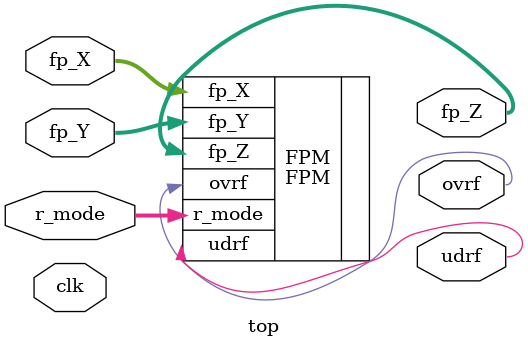
<source format=sv>
module top(
  input clk,
  input [2:0]r_mode,
  input [31:0]fp_X, fp_Y,
  output [31:0]fp_Z,
  output ovrf, udrf);
  
  FPM FPM(.r_mode(r_mode),
          .fp_X(fp_X),
          .fp_Y(fp_Y),
          
          .fp_Z(fp_Z),
          .ovrf(ovrf),
          .udrf(udrf));
  
endmodule

</source>
